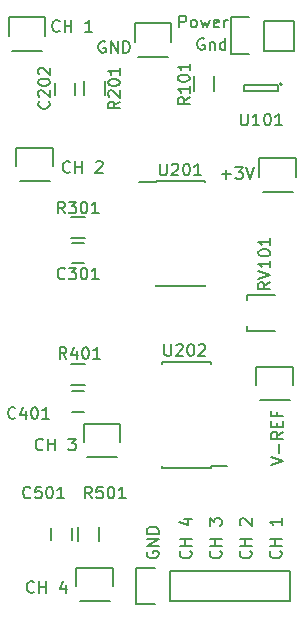
<source format=gto>
G04 #@! TF.FileFunction,Legend,Top*
%FSLAX46Y46*%
G04 Gerber Fmt 4.6, Leading zero omitted, Abs format (unit mm)*
G04 Created by KiCad (PCBNEW 4.0.2-stable) date Sunday, December 18, 2016 'PMt' 01:11:39 PM*
%MOMM*%
G01*
G04 APERTURE LIST*
%ADD10C,0.100000*%
%ADD11C,0.150000*%
G04 APERTURE END LIST*
D10*
D11*
X147566143Y-68080000D02*
X147470905Y-68032381D01*
X147328048Y-68032381D01*
X147185190Y-68080000D01*
X147089952Y-68175238D01*
X147042333Y-68270476D01*
X146994714Y-68460952D01*
X146994714Y-68603810D01*
X147042333Y-68794286D01*
X147089952Y-68889524D01*
X147185190Y-68984762D01*
X147328048Y-69032381D01*
X147423286Y-69032381D01*
X147566143Y-68984762D01*
X147613762Y-68937143D01*
X147613762Y-68603810D01*
X147423286Y-68603810D01*
X148042333Y-68365714D02*
X148042333Y-69032381D01*
X148042333Y-68460952D02*
X148089952Y-68413333D01*
X148185190Y-68365714D01*
X148328048Y-68365714D01*
X148423286Y-68413333D01*
X148470905Y-68508571D01*
X148470905Y-69032381D01*
X149375667Y-69032381D02*
X149375667Y-68032381D01*
X149375667Y-68984762D02*
X149280429Y-69032381D01*
X149089952Y-69032381D01*
X148994714Y-68984762D01*
X148947095Y-68937143D01*
X148899476Y-68841905D01*
X148899476Y-68556190D01*
X148947095Y-68460952D01*
X148994714Y-68413333D01*
X149089952Y-68365714D01*
X149280429Y-68365714D01*
X149375667Y-68413333D01*
X153249381Y-104187333D02*
X154249381Y-103854000D01*
X153249381Y-103520666D01*
X153868429Y-103187333D02*
X153868429Y-102425428D01*
X154249381Y-101377809D02*
X153773190Y-101711143D01*
X154249381Y-101949238D02*
X153249381Y-101949238D01*
X153249381Y-101568285D01*
X153297000Y-101473047D01*
X153344619Y-101425428D01*
X153439857Y-101377809D01*
X153582714Y-101377809D01*
X153677952Y-101425428D01*
X153725571Y-101473047D01*
X153773190Y-101568285D01*
X153773190Y-101949238D01*
X153725571Y-100949238D02*
X153725571Y-100615904D01*
X154249381Y-100473047D02*
X154249381Y-100949238D01*
X153249381Y-100949238D01*
X153249381Y-100473047D01*
X153725571Y-99711142D02*
X153725571Y-100044476D01*
X154249381Y-100044476D02*
X153249381Y-100044476D01*
X153249381Y-99568285D01*
X139192096Y-68334000D02*
X139096858Y-68286381D01*
X138954001Y-68286381D01*
X138811143Y-68334000D01*
X138715905Y-68429238D01*
X138668286Y-68524476D01*
X138620667Y-68714952D01*
X138620667Y-68857810D01*
X138668286Y-69048286D01*
X138715905Y-69143524D01*
X138811143Y-69238762D01*
X138954001Y-69286381D01*
X139049239Y-69286381D01*
X139192096Y-69238762D01*
X139239715Y-69191143D01*
X139239715Y-68857810D01*
X139049239Y-68857810D01*
X139668286Y-69286381D02*
X139668286Y-68286381D01*
X140239715Y-69286381D01*
X140239715Y-68286381D01*
X140715905Y-69286381D02*
X140715905Y-68286381D01*
X140954000Y-68286381D01*
X141096858Y-68334000D01*
X141192096Y-68429238D01*
X141239715Y-68524476D01*
X141287334Y-68714952D01*
X141287334Y-68857810D01*
X141239715Y-69048286D01*
X141192096Y-69143524D01*
X141096858Y-69238762D01*
X140954000Y-69286381D01*
X140715905Y-69286381D01*
X149082286Y-79573429D02*
X149844191Y-79573429D01*
X149463239Y-79954381D02*
X149463239Y-79192476D01*
X150225143Y-78954381D02*
X150844191Y-78954381D01*
X150510857Y-79335333D01*
X150653715Y-79335333D01*
X150748953Y-79382952D01*
X150796572Y-79430571D01*
X150844191Y-79525810D01*
X150844191Y-79763905D01*
X150796572Y-79859143D01*
X150748953Y-79906762D01*
X150653715Y-79954381D01*
X150368000Y-79954381D01*
X150272762Y-79906762D01*
X150225143Y-79859143D01*
X151129905Y-78954381D02*
X151463238Y-79954381D01*
X151796572Y-78954381D01*
X145470809Y-67127381D02*
X145470809Y-66127381D01*
X145851762Y-66127381D01*
X145947000Y-66175000D01*
X145994619Y-66222619D01*
X146042238Y-66317857D01*
X146042238Y-66460714D01*
X145994619Y-66555952D01*
X145947000Y-66603571D01*
X145851762Y-66651190D01*
X145470809Y-66651190D01*
X146613666Y-67127381D02*
X146518428Y-67079762D01*
X146470809Y-67032143D01*
X146423190Y-66936905D01*
X146423190Y-66651190D01*
X146470809Y-66555952D01*
X146518428Y-66508333D01*
X146613666Y-66460714D01*
X146756524Y-66460714D01*
X146851762Y-66508333D01*
X146899381Y-66555952D01*
X146947000Y-66651190D01*
X146947000Y-66936905D01*
X146899381Y-67032143D01*
X146851762Y-67079762D01*
X146756524Y-67127381D01*
X146613666Y-67127381D01*
X147280333Y-66460714D02*
X147470809Y-67127381D01*
X147661286Y-66651190D01*
X147851762Y-67127381D01*
X148042238Y-66460714D01*
X148804143Y-67079762D02*
X148708905Y-67127381D01*
X148518428Y-67127381D01*
X148423190Y-67079762D01*
X148375571Y-66984524D01*
X148375571Y-66603571D01*
X148423190Y-66508333D01*
X148518428Y-66460714D01*
X148708905Y-66460714D01*
X148804143Y-66508333D01*
X148851762Y-66603571D01*
X148851762Y-66698810D01*
X148375571Y-66794048D01*
X149280333Y-67127381D02*
X149280333Y-66460714D01*
X149280333Y-66651190D02*
X149327952Y-66555952D01*
X149375571Y-66508333D01*
X149470809Y-66460714D01*
X149566048Y-66460714D01*
X133167572Y-114911143D02*
X133119953Y-114958762D01*
X132977096Y-115006381D01*
X132881858Y-115006381D01*
X132739000Y-114958762D01*
X132643762Y-114863524D01*
X132596143Y-114768286D01*
X132548524Y-114577810D01*
X132548524Y-114434952D01*
X132596143Y-114244476D01*
X132643762Y-114149238D01*
X132739000Y-114054000D01*
X132881858Y-114006381D01*
X132977096Y-114006381D01*
X133119953Y-114054000D01*
X133167572Y-114101619D01*
X133596143Y-115006381D02*
X133596143Y-114006381D01*
X133596143Y-114482571D02*
X134167572Y-114482571D01*
X134167572Y-115006381D02*
X134167572Y-114006381D01*
X135834239Y-114339714D02*
X135834239Y-115006381D01*
X135596143Y-113958762D02*
X135358048Y-114673048D01*
X135977096Y-114673048D01*
X133929572Y-102846143D02*
X133881953Y-102893762D01*
X133739096Y-102941381D01*
X133643858Y-102941381D01*
X133501000Y-102893762D01*
X133405762Y-102798524D01*
X133358143Y-102703286D01*
X133310524Y-102512810D01*
X133310524Y-102369952D01*
X133358143Y-102179476D01*
X133405762Y-102084238D01*
X133501000Y-101989000D01*
X133643858Y-101941381D01*
X133739096Y-101941381D01*
X133881953Y-101989000D01*
X133929572Y-102036619D01*
X134358143Y-102941381D02*
X134358143Y-101941381D01*
X134358143Y-102417571D02*
X134929572Y-102417571D01*
X134929572Y-102941381D02*
X134929572Y-101941381D01*
X136072429Y-101941381D02*
X136691477Y-101941381D01*
X136358143Y-102322333D01*
X136501001Y-102322333D01*
X136596239Y-102369952D01*
X136643858Y-102417571D01*
X136691477Y-102512810D01*
X136691477Y-102750905D01*
X136643858Y-102846143D01*
X136596239Y-102893762D01*
X136501001Y-102941381D01*
X136215286Y-102941381D01*
X136120048Y-102893762D01*
X136072429Y-102846143D01*
X136215572Y-79351143D02*
X136167953Y-79398762D01*
X136025096Y-79446381D01*
X135929858Y-79446381D01*
X135787000Y-79398762D01*
X135691762Y-79303524D01*
X135644143Y-79208286D01*
X135596524Y-79017810D01*
X135596524Y-78874952D01*
X135644143Y-78684476D01*
X135691762Y-78589238D01*
X135787000Y-78494000D01*
X135929858Y-78446381D01*
X136025096Y-78446381D01*
X136167953Y-78494000D01*
X136215572Y-78541619D01*
X136644143Y-79446381D02*
X136644143Y-78446381D01*
X136644143Y-78922571D02*
X137215572Y-78922571D01*
X137215572Y-79446381D02*
X137215572Y-78446381D01*
X138406048Y-78541619D02*
X138453667Y-78494000D01*
X138548905Y-78446381D01*
X138787001Y-78446381D01*
X138882239Y-78494000D01*
X138929858Y-78541619D01*
X138977477Y-78636857D01*
X138977477Y-78732095D01*
X138929858Y-78874952D01*
X138358429Y-79446381D01*
X138977477Y-79446381D01*
X135326572Y-67413143D02*
X135278953Y-67460762D01*
X135136096Y-67508381D01*
X135040858Y-67508381D01*
X134898000Y-67460762D01*
X134802762Y-67365524D01*
X134755143Y-67270286D01*
X134707524Y-67079810D01*
X134707524Y-66936952D01*
X134755143Y-66746476D01*
X134802762Y-66651238D01*
X134898000Y-66556000D01*
X135040858Y-66508381D01*
X135136096Y-66508381D01*
X135278953Y-66556000D01*
X135326572Y-66603619D01*
X135755143Y-67508381D02*
X135755143Y-66508381D01*
X135755143Y-66984571D02*
X136326572Y-66984571D01*
X136326572Y-67508381D02*
X136326572Y-66508381D01*
X138088477Y-67508381D02*
X137517048Y-67508381D01*
X137802762Y-67508381D02*
X137802762Y-66508381D01*
X137707524Y-66651238D01*
X137612286Y-66746476D01*
X137517048Y-66794095D01*
X146407143Y-111458476D02*
X146454762Y-111506095D01*
X146502381Y-111648952D01*
X146502381Y-111744190D01*
X146454762Y-111887048D01*
X146359524Y-111982286D01*
X146264286Y-112029905D01*
X146073810Y-112077524D01*
X145930952Y-112077524D01*
X145740476Y-112029905D01*
X145645238Y-111982286D01*
X145550000Y-111887048D01*
X145502381Y-111744190D01*
X145502381Y-111648952D01*
X145550000Y-111506095D01*
X145597619Y-111458476D01*
X146502381Y-111029905D02*
X145502381Y-111029905D01*
X145978571Y-111029905D02*
X145978571Y-110458476D01*
X146502381Y-110458476D02*
X145502381Y-110458476D01*
X145835714Y-108791809D02*
X146502381Y-108791809D01*
X145454762Y-109029905D02*
X146169048Y-109268000D01*
X146169048Y-108648952D01*
X148947143Y-111458476D02*
X148994762Y-111506095D01*
X149042381Y-111648952D01*
X149042381Y-111744190D01*
X148994762Y-111887048D01*
X148899524Y-111982286D01*
X148804286Y-112029905D01*
X148613810Y-112077524D01*
X148470952Y-112077524D01*
X148280476Y-112029905D01*
X148185238Y-111982286D01*
X148090000Y-111887048D01*
X148042381Y-111744190D01*
X148042381Y-111648952D01*
X148090000Y-111506095D01*
X148137619Y-111458476D01*
X149042381Y-111029905D02*
X148042381Y-111029905D01*
X148518571Y-111029905D02*
X148518571Y-110458476D01*
X149042381Y-110458476D02*
X148042381Y-110458476D01*
X148042381Y-109315619D02*
X148042381Y-108696571D01*
X148423333Y-109029905D01*
X148423333Y-108887047D01*
X148470952Y-108791809D01*
X148518571Y-108744190D01*
X148613810Y-108696571D01*
X148851905Y-108696571D01*
X148947143Y-108744190D01*
X148994762Y-108791809D01*
X149042381Y-108887047D01*
X149042381Y-109172762D01*
X148994762Y-109268000D01*
X148947143Y-109315619D01*
X151487143Y-111458476D02*
X151534762Y-111506095D01*
X151582381Y-111648952D01*
X151582381Y-111744190D01*
X151534762Y-111887048D01*
X151439524Y-111982286D01*
X151344286Y-112029905D01*
X151153810Y-112077524D01*
X151010952Y-112077524D01*
X150820476Y-112029905D01*
X150725238Y-111982286D01*
X150630000Y-111887048D01*
X150582381Y-111744190D01*
X150582381Y-111648952D01*
X150630000Y-111506095D01*
X150677619Y-111458476D01*
X151582381Y-111029905D02*
X150582381Y-111029905D01*
X151058571Y-111029905D02*
X151058571Y-110458476D01*
X151582381Y-110458476D02*
X150582381Y-110458476D01*
X150677619Y-109268000D02*
X150630000Y-109220381D01*
X150582381Y-109125143D01*
X150582381Y-108887047D01*
X150630000Y-108791809D01*
X150677619Y-108744190D01*
X150772857Y-108696571D01*
X150868095Y-108696571D01*
X151010952Y-108744190D01*
X151582381Y-109315619D01*
X151582381Y-108696571D01*
X154027143Y-111458476D02*
X154074762Y-111506095D01*
X154122381Y-111648952D01*
X154122381Y-111744190D01*
X154074762Y-111887048D01*
X153979524Y-111982286D01*
X153884286Y-112029905D01*
X153693810Y-112077524D01*
X153550952Y-112077524D01*
X153360476Y-112029905D01*
X153265238Y-111982286D01*
X153170000Y-111887048D01*
X153122381Y-111744190D01*
X153122381Y-111648952D01*
X153170000Y-111506095D01*
X153217619Y-111458476D01*
X154122381Y-111029905D02*
X153122381Y-111029905D01*
X153598571Y-111029905D02*
X153598571Y-110458476D01*
X154122381Y-110458476D02*
X153122381Y-110458476D01*
X154122381Y-108696571D02*
X154122381Y-109268000D01*
X154122381Y-108982286D02*
X153122381Y-108982286D01*
X153265238Y-109077524D01*
X153360476Y-109172762D01*
X153408095Y-109268000D01*
X142756000Y-111506095D02*
X142708381Y-111601333D01*
X142708381Y-111744190D01*
X142756000Y-111887048D01*
X142851238Y-111982286D01*
X142946476Y-112029905D01*
X143136952Y-112077524D01*
X143279810Y-112077524D01*
X143470286Y-112029905D01*
X143565524Y-111982286D01*
X143660762Y-111887048D01*
X143708381Y-111744190D01*
X143708381Y-111648952D01*
X143660762Y-111506095D01*
X143613143Y-111458476D01*
X143279810Y-111458476D01*
X143279810Y-111648952D01*
X143708381Y-111029905D02*
X142708381Y-111029905D01*
X143708381Y-110458476D01*
X142708381Y-110458476D01*
X143708381Y-109982286D02*
X142708381Y-109982286D01*
X142708381Y-109744191D01*
X142756000Y-109601333D01*
X142851238Y-109506095D01*
X142946476Y-109458476D01*
X143136952Y-109410857D01*
X143279810Y-109410857D01*
X143470286Y-109458476D01*
X143565524Y-109506095D01*
X143660762Y-109601333D01*
X143708381Y-109744191D01*
X143708381Y-109982286D01*
X136638400Y-72813800D02*
X136638400Y-71813800D01*
X134938400Y-71813800D02*
X134938400Y-72813800D01*
X136406000Y-87083000D02*
X137406000Y-87083000D01*
X137406000Y-85383000D02*
X136406000Y-85383000D01*
X136406000Y-99656000D02*
X137406000Y-99656000D01*
X137406000Y-97956000D02*
X136406000Y-97956000D01*
X136346300Y-110494700D02*
X136346300Y-109494700D01*
X134646300Y-109494700D02*
X134646300Y-110494700D01*
X148449000Y-71282000D02*
X148449000Y-72482000D01*
X146699000Y-72482000D02*
X146699000Y-71282000D01*
X137428000Y-72888400D02*
X137428000Y-71688400D01*
X139178000Y-71688400D02*
X139178000Y-72888400D01*
X136306000Y-83199000D02*
X137506000Y-83199000D01*
X137506000Y-84949000D02*
X136306000Y-84949000D01*
X136306000Y-95645000D02*
X137506000Y-95645000D01*
X137506000Y-97395000D02*
X136306000Y-97395000D01*
X136907300Y-110594700D02*
X136907300Y-109394700D01*
X138657300Y-109394700D02*
X138657300Y-110594700D01*
X154174600Y-71937600D02*
G75*
G03X154174600Y-71937600I-100000J0D01*
G01*
X153824600Y-72487600D02*
X153824600Y-71987600D01*
X150924600Y-72487600D02*
X153824600Y-72487600D01*
X150924600Y-71987600D02*
X150924600Y-72487600D01*
X153824600Y-71987600D02*
X150924600Y-71987600D01*
X143467000Y-80132000D02*
X143467000Y-80247000D01*
X147617000Y-80132000D02*
X147617000Y-80247000D01*
X147617000Y-89032000D02*
X147617000Y-88917000D01*
X143467000Y-89032000D02*
X143467000Y-88917000D01*
X143467000Y-80132000D02*
X147617000Y-80132000D01*
X143467000Y-89032000D02*
X147617000Y-89032000D01*
X143467000Y-80247000D02*
X142092000Y-80247000D01*
X148125000Y-104399000D02*
X148125000Y-104284000D01*
X143975000Y-104399000D02*
X143975000Y-104284000D01*
X143975000Y-95499000D02*
X143975000Y-95614000D01*
X148125000Y-95499000D02*
X148125000Y-95614000D01*
X148125000Y-104399000D02*
X143975000Y-104399000D01*
X148125000Y-95499000D02*
X143975000Y-95499000D01*
X148125000Y-104284000D02*
X149500000Y-104284000D01*
X151231000Y-89763000D02*
X151231000Y-90213000D01*
X153581000Y-89763000D02*
X151231000Y-89763000D01*
X151231000Y-92863000D02*
X151231000Y-92413000D01*
X153581000Y-92863000D02*
X151231000Y-92863000D01*
X143383000Y-115977000D02*
X141833000Y-115977000D01*
X141833000Y-115977000D02*
X141833000Y-112877000D01*
X141833000Y-112877000D02*
X143383000Y-112877000D01*
X144653000Y-113157000D02*
X154813000Y-113157000D01*
X154813000Y-113157000D02*
X154813000Y-115697000D01*
X154813000Y-115697000D02*
X144653000Y-115697000D01*
X144653000Y-113157000D02*
X144653000Y-115697000D01*
X134138000Y-66268000D02*
X134138000Y-67818000D01*
X131038000Y-67818000D02*
X131038000Y-66268000D01*
X131038000Y-66268000D02*
X134138000Y-66268000D01*
X131318000Y-69088000D02*
X133858000Y-69088000D01*
X134773000Y-77317000D02*
X134773000Y-78867000D01*
X131673000Y-78867000D02*
X131673000Y-77317000D01*
X131673000Y-77317000D02*
X134773000Y-77317000D01*
X131953000Y-80137000D02*
X134493000Y-80137000D01*
X140488000Y-100685000D02*
X140488000Y-102235000D01*
X137388000Y-102235000D02*
X137388000Y-100685000D01*
X137388000Y-100685000D02*
X140488000Y-100685000D01*
X137668000Y-103505000D02*
X140208000Y-103505000D01*
X139853000Y-112877000D02*
X139853000Y-114427000D01*
X136753000Y-114427000D02*
X136753000Y-112877000D01*
X136753000Y-112877000D02*
X139853000Y-112877000D01*
X137033000Y-115697000D02*
X139573000Y-115697000D01*
X152654000Y-66548000D02*
X155194000Y-66548000D01*
X149834000Y-66268000D02*
X151384000Y-66268000D01*
X152654000Y-66548000D02*
X152654000Y-69088000D01*
X151384000Y-69368000D02*
X149834000Y-69368000D01*
X149834000Y-69368000D02*
X149834000Y-66268000D01*
X152654000Y-69088000D02*
X155194000Y-69088000D01*
X155194000Y-69088000D02*
X155194000Y-66548000D01*
X155347000Y-78206000D02*
X155347000Y-79756000D01*
X152247000Y-79756000D02*
X152247000Y-78206000D01*
X152247000Y-78206000D02*
X155347000Y-78206000D01*
X152527000Y-81026000D02*
X155067000Y-81026000D01*
X144806000Y-66776000D02*
X144806000Y-68326000D01*
X141706000Y-68326000D02*
X141706000Y-66776000D01*
X141706000Y-66776000D02*
X144806000Y-66776000D01*
X141986000Y-69596000D02*
X144526000Y-69596000D01*
X155093000Y-95859000D02*
X155093000Y-97409000D01*
X151993000Y-97409000D02*
X151993000Y-95859000D01*
X151993000Y-95859000D02*
X155093000Y-95859000D01*
X152273000Y-98679000D02*
X154813000Y-98679000D01*
X134418343Y-73382047D02*
X134465962Y-73429666D01*
X134513581Y-73572523D01*
X134513581Y-73667761D01*
X134465962Y-73810619D01*
X134370724Y-73905857D01*
X134275486Y-73953476D01*
X134085010Y-74001095D01*
X133942152Y-74001095D01*
X133751676Y-73953476D01*
X133656438Y-73905857D01*
X133561200Y-73810619D01*
X133513581Y-73667761D01*
X133513581Y-73572523D01*
X133561200Y-73429666D01*
X133608819Y-73382047D01*
X133608819Y-73001095D02*
X133561200Y-72953476D01*
X133513581Y-72858238D01*
X133513581Y-72620142D01*
X133561200Y-72524904D01*
X133608819Y-72477285D01*
X133704057Y-72429666D01*
X133799295Y-72429666D01*
X133942152Y-72477285D01*
X134513581Y-73048714D01*
X134513581Y-72429666D01*
X133513581Y-71810619D02*
X133513581Y-71715380D01*
X133561200Y-71620142D01*
X133608819Y-71572523D01*
X133704057Y-71524904D01*
X133894533Y-71477285D01*
X134132629Y-71477285D01*
X134323105Y-71524904D01*
X134418343Y-71572523D01*
X134465962Y-71620142D01*
X134513581Y-71715380D01*
X134513581Y-71810619D01*
X134465962Y-71905857D01*
X134418343Y-71953476D01*
X134323105Y-72001095D01*
X134132629Y-72048714D01*
X133894533Y-72048714D01*
X133704057Y-72001095D01*
X133608819Y-71953476D01*
X133561200Y-71905857D01*
X133513581Y-71810619D01*
X133608819Y-71096333D02*
X133561200Y-71048714D01*
X133513581Y-70953476D01*
X133513581Y-70715380D01*
X133561200Y-70620142D01*
X133608819Y-70572523D01*
X133704057Y-70524904D01*
X133799295Y-70524904D01*
X133942152Y-70572523D01*
X134513581Y-71143952D01*
X134513581Y-70524904D01*
X135786953Y-88368143D02*
X135739334Y-88415762D01*
X135596477Y-88463381D01*
X135501239Y-88463381D01*
X135358381Y-88415762D01*
X135263143Y-88320524D01*
X135215524Y-88225286D01*
X135167905Y-88034810D01*
X135167905Y-87891952D01*
X135215524Y-87701476D01*
X135263143Y-87606238D01*
X135358381Y-87511000D01*
X135501239Y-87463381D01*
X135596477Y-87463381D01*
X135739334Y-87511000D01*
X135786953Y-87558619D01*
X136120286Y-87463381D02*
X136739334Y-87463381D01*
X136406000Y-87844333D01*
X136548858Y-87844333D01*
X136644096Y-87891952D01*
X136691715Y-87939571D01*
X136739334Y-88034810D01*
X136739334Y-88272905D01*
X136691715Y-88368143D01*
X136644096Y-88415762D01*
X136548858Y-88463381D01*
X136263143Y-88463381D01*
X136167905Y-88415762D01*
X136120286Y-88368143D01*
X137358381Y-87463381D02*
X137453620Y-87463381D01*
X137548858Y-87511000D01*
X137596477Y-87558619D01*
X137644096Y-87653857D01*
X137691715Y-87844333D01*
X137691715Y-88082429D01*
X137644096Y-88272905D01*
X137596477Y-88368143D01*
X137548858Y-88415762D01*
X137453620Y-88463381D01*
X137358381Y-88463381D01*
X137263143Y-88415762D01*
X137215524Y-88368143D01*
X137167905Y-88272905D01*
X137120286Y-88082429D01*
X137120286Y-87844333D01*
X137167905Y-87653857D01*
X137215524Y-87558619D01*
X137263143Y-87511000D01*
X137358381Y-87463381D01*
X138644096Y-88463381D02*
X138072667Y-88463381D01*
X138358381Y-88463381D02*
X138358381Y-87463381D01*
X138263143Y-87606238D01*
X138167905Y-87701476D01*
X138072667Y-87749095D01*
X131595953Y-100179143D02*
X131548334Y-100226762D01*
X131405477Y-100274381D01*
X131310239Y-100274381D01*
X131167381Y-100226762D01*
X131072143Y-100131524D01*
X131024524Y-100036286D01*
X130976905Y-99845810D01*
X130976905Y-99702952D01*
X131024524Y-99512476D01*
X131072143Y-99417238D01*
X131167381Y-99322000D01*
X131310239Y-99274381D01*
X131405477Y-99274381D01*
X131548334Y-99322000D01*
X131595953Y-99369619D01*
X132453096Y-99607714D02*
X132453096Y-100274381D01*
X132215000Y-99226762D02*
X131976905Y-99941048D01*
X132595953Y-99941048D01*
X133167381Y-99274381D02*
X133262620Y-99274381D01*
X133357858Y-99322000D01*
X133405477Y-99369619D01*
X133453096Y-99464857D01*
X133500715Y-99655333D01*
X133500715Y-99893429D01*
X133453096Y-100083905D01*
X133405477Y-100179143D01*
X133357858Y-100226762D01*
X133262620Y-100274381D01*
X133167381Y-100274381D01*
X133072143Y-100226762D01*
X133024524Y-100179143D01*
X132976905Y-100083905D01*
X132929286Y-99893429D01*
X132929286Y-99655333D01*
X132976905Y-99464857D01*
X133024524Y-99369619D01*
X133072143Y-99322000D01*
X133167381Y-99274381D01*
X134453096Y-100274381D02*
X133881667Y-100274381D01*
X134167381Y-100274381D02*
X134167381Y-99274381D01*
X134072143Y-99417238D01*
X133976905Y-99512476D01*
X133881667Y-99560095D01*
X132865953Y-106910143D02*
X132818334Y-106957762D01*
X132675477Y-107005381D01*
X132580239Y-107005381D01*
X132437381Y-106957762D01*
X132342143Y-106862524D01*
X132294524Y-106767286D01*
X132246905Y-106576810D01*
X132246905Y-106433952D01*
X132294524Y-106243476D01*
X132342143Y-106148238D01*
X132437381Y-106053000D01*
X132580239Y-106005381D01*
X132675477Y-106005381D01*
X132818334Y-106053000D01*
X132865953Y-106100619D01*
X133770715Y-106005381D02*
X133294524Y-106005381D01*
X133246905Y-106481571D01*
X133294524Y-106433952D01*
X133389762Y-106386333D01*
X133627858Y-106386333D01*
X133723096Y-106433952D01*
X133770715Y-106481571D01*
X133818334Y-106576810D01*
X133818334Y-106814905D01*
X133770715Y-106910143D01*
X133723096Y-106957762D01*
X133627858Y-107005381D01*
X133389762Y-107005381D01*
X133294524Y-106957762D01*
X133246905Y-106910143D01*
X134437381Y-106005381D02*
X134532620Y-106005381D01*
X134627858Y-106053000D01*
X134675477Y-106100619D01*
X134723096Y-106195857D01*
X134770715Y-106386333D01*
X134770715Y-106624429D01*
X134723096Y-106814905D01*
X134675477Y-106910143D01*
X134627858Y-106957762D01*
X134532620Y-107005381D01*
X134437381Y-107005381D01*
X134342143Y-106957762D01*
X134294524Y-106910143D01*
X134246905Y-106814905D01*
X134199286Y-106624429D01*
X134199286Y-106386333D01*
X134246905Y-106195857D01*
X134294524Y-106100619D01*
X134342143Y-106053000D01*
X134437381Y-106005381D01*
X135723096Y-107005381D02*
X135151667Y-107005381D01*
X135437381Y-107005381D02*
X135437381Y-106005381D01*
X135342143Y-106148238D01*
X135246905Y-106243476D01*
X135151667Y-106291095D01*
X146349981Y-73051847D02*
X145873790Y-73385181D01*
X146349981Y-73623276D02*
X145349981Y-73623276D01*
X145349981Y-73242323D01*
X145397600Y-73147085D01*
X145445219Y-73099466D01*
X145540457Y-73051847D01*
X145683314Y-73051847D01*
X145778552Y-73099466D01*
X145826171Y-73147085D01*
X145873790Y-73242323D01*
X145873790Y-73623276D01*
X146349981Y-72099466D02*
X146349981Y-72670895D01*
X146349981Y-72385181D02*
X145349981Y-72385181D01*
X145492838Y-72480419D01*
X145588076Y-72575657D01*
X145635695Y-72670895D01*
X145349981Y-71480419D02*
X145349981Y-71385180D01*
X145397600Y-71289942D01*
X145445219Y-71242323D01*
X145540457Y-71194704D01*
X145730933Y-71147085D01*
X145969029Y-71147085D01*
X146159505Y-71194704D01*
X146254743Y-71242323D01*
X146302362Y-71289942D01*
X146349981Y-71385180D01*
X146349981Y-71480419D01*
X146302362Y-71575657D01*
X146254743Y-71623276D01*
X146159505Y-71670895D01*
X145969029Y-71718514D01*
X145730933Y-71718514D01*
X145540457Y-71670895D01*
X145445219Y-71623276D01*
X145397600Y-71575657D01*
X145349981Y-71480419D01*
X146349981Y-70194704D02*
X146349981Y-70766133D01*
X146349981Y-70480419D02*
X145349981Y-70480419D01*
X145492838Y-70575657D01*
X145588076Y-70670895D01*
X145635695Y-70766133D01*
X140431781Y-73407447D02*
X139955590Y-73740781D01*
X140431781Y-73978876D02*
X139431781Y-73978876D01*
X139431781Y-73597923D01*
X139479400Y-73502685D01*
X139527019Y-73455066D01*
X139622257Y-73407447D01*
X139765114Y-73407447D01*
X139860352Y-73455066D01*
X139907971Y-73502685D01*
X139955590Y-73597923D01*
X139955590Y-73978876D01*
X139527019Y-73026495D02*
X139479400Y-72978876D01*
X139431781Y-72883638D01*
X139431781Y-72645542D01*
X139479400Y-72550304D01*
X139527019Y-72502685D01*
X139622257Y-72455066D01*
X139717495Y-72455066D01*
X139860352Y-72502685D01*
X140431781Y-73074114D01*
X140431781Y-72455066D01*
X139431781Y-71836019D02*
X139431781Y-71740780D01*
X139479400Y-71645542D01*
X139527019Y-71597923D01*
X139622257Y-71550304D01*
X139812733Y-71502685D01*
X140050829Y-71502685D01*
X140241305Y-71550304D01*
X140336543Y-71597923D01*
X140384162Y-71645542D01*
X140431781Y-71740780D01*
X140431781Y-71836019D01*
X140384162Y-71931257D01*
X140336543Y-71978876D01*
X140241305Y-72026495D01*
X140050829Y-72074114D01*
X139812733Y-72074114D01*
X139622257Y-72026495D01*
X139527019Y-71978876D01*
X139479400Y-71931257D01*
X139431781Y-71836019D01*
X140431781Y-70550304D02*
X140431781Y-71121733D01*
X140431781Y-70836019D02*
X139431781Y-70836019D01*
X139574638Y-70931257D01*
X139669876Y-71026495D01*
X139717495Y-71121733D01*
X135786953Y-82875381D02*
X135453619Y-82399190D01*
X135215524Y-82875381D02*
X135215524Y-81875381D01*
X135596477Y-81875381D01*
X135691715Y-81923000D01*
X135739334Y-81970619D01*
X135786953Y-82065857D01*
X135786953Y-82208714D01*
X135739334Y-82303952D01*
X135691715Y-82351571D01*
X135596477Y-82399190D01*
X135215524Y-82399190D01*
X136120286Y-81875381D02*
X136739334Y-81875381D01*
X136406000Y-82256333D01*
X136548858Y-82256333D01*
X136644096Y-82303952D01*
X136691715Y-82351571D01*
X136739334Y-82446810D01*
X136739334Y-82684905D01*
X136691715Y-82780143D01*
X136644096Y-82827762D01*
X136548858Y-82875381D01*
X136263143Y-82875381D01*
X136167905Y-82827762D01*
X136120286Y-82780143D01*
X137358381Y-81875381D02*
X137453620Y-81875381D01*
X137548858Y-81923000D01*
X137596477Y-81970619D01*
X137644096Y-82065857D01*
X137691715Y-82256333D01*
X137691715Y-82494429D01*
X137644096Y-82684905D01*
X137596477Y-82780143D01*
X137548858Y-82827762D01*
X137453620Y-82875381D01*
X137358381Y-82875381D01*
X137263143Y-82827762D01*
X137215524Y-82780143D01*
X137167905Y-82684905D01*
X137120286Y-82494429D01*
X137120286Y-82256333D01*
X137167905Y-82065857D01*
X137215524Y-81970619D01*
X137263143Y-81923000D01*
X137358381Y-81875381D01*
X138644096Y-82875381D02*
X138072667Y-82875381D01*
X138358381Y-82875381D02*
X138358381Y-81875381D01*
X138263143Y-82018238D01*
X138167905Y-82113476D01*
X138072667Y-82161095D01*
X135913953Y-95194381D02*
X135580619Y-94718190D01*
X135342524Y-95194381D02*
X135342524Y-94194381D01*
X135723477Y-94194381D01*
X135818715Y-94242000D01*
X135866334Y-94289619D01*
X135913953Y-94384857D01*
X135913953Y-94527714D01*
X135866334Y-94622952D01*
X135818715Y-94670571D01*
X135723477Y-94718190D01*
X135342524Y-94718190D01*
X136771096Y-94527714D02*
X136771096Y-95194381D01*
X136533000Y-94146762D02*
X136294905Y-94861048D01*
X136913953Y-94861048D01*
X137485381Y-94194381D02*
X137580620Y-94194381D01*
X137675858Y-94242000D01*
X137723477Y-94289619D01*
X137771096Y-94384857D01*
X137818715Y-94575333D01*
X137818715Y-94813429D01*
X137771096Y-95003905D01*
X137723477Y-95099143D01*
X137675858Y-95146762D01*
X137580620Y-95194381D01*
X137485381Y-95194381D01*
X137390143Y-95146762D01*
X137342524Y-95099143D01*
X137294905Y-95003905D01*
X137247286Y-94813429D01*
X137247286Y-94575333D01*
X137294905Y-94384857D01*
X137342524Y-94289619D01*
X137390143Y-94242000D01*
X137485381Y-94194381D01*
X138771096Y-95194381D02*
X138199667Y-95194381D01*
X138485381Y-95194381D02*
X138485381Y-94194381D01*
X138390143Y-94337238D01*
X138294905Y-94432476D01*
X138199667Y-94480095D01*
X138072953Y-107005381D02*
X137739619Y-106529190D01*
X137501524Y-107005381D02*
X137501524Y-106005381D01*
X137882477Y-106005381D01*
X137977715Y-106053000D01*
X138025334Y-106100619D01*
X138072953Y-106195857D01*
X138072953Y-106338714D01*
X138025334Y-106433952D01*
X137977715Y-106481571D01*
X137882477Y-106529190D01*
X137501524Y-106529190D01*
X138977715Y-106005381D02*
X138501524Y-106005381D01*
X138453905Y-106481571D01*
X138501524Y-106433952D01*
X138596762Y-106386333D01*
X138834858Y-106386333D01*
X138930096Y-106433952D01*
X138977715Y-106481571D01*
X139025334Y-106576810D01*
X139025334Y-106814905D01*
X138977715Y-106910143D01*
X138930096Y-106957762D01*
X138834858Y-107005381D01*
X138596762Y-107005381D01*
X138501524Y-106957762D01*
X138453905Y-106910143D01*
X139644381Y-106005381D02*
X139739620Y-106005381D01*
X139834858Y-106053000D01*
X139882477Y-106100619D01*
X139930096Y-106195857D01*
X139977715Y-106386333D01*
X139977715Y-106624429D01*
X139930096Y-106814905D01*
X139882477Y-106910143D01*
X139834858Y-106957762D01*
X139739620Y-107005381D01*
X139644381Y-107005381D01*
X139549143Y-106957762D01*
X139501524Y-106910143D01*
X139453905Y-106814905D01*
X139406286Y-106624429D01*
X139406286Y-106386333D01*
X139453905Y-106195857D01*
X139501524Y-106100619D01*
X139549143Y-106053000D01*
X139644381Y-106005381D01*
X140930096Y-107005381D02*
X140358667Y-107005381D01*
X140644381Y-107005381D02*
X140644381Y-106005381D01*
X140549143Y-106148238D01*
X140453905Y-106243476D01*
X140358667Y-106291095D01*
X150685714Y-74433181D02*
X150685714Y-75242705D01*
X150733333Y-75337943D01*
X150780952Y-75385562D01*
X150876190Y-75433181D01*
X151066667Y-75433181D01*
X151161905Y-75385562D01*
X151209524Y-75337943D01*
X151257143Y-75242705D01*
X151257143Y-74433181D01*
X152257143Y-75433181D02*
X151685714Y-75433181D01*
X151971428Y-75433181D02*
X151971428Y-74433181D01*
X151876190Y-74576038D01*
X151780952Y-74671276D01*
X151685714Y-74718895D01*
X152876190Y-74433181D02*
X152971429Y-74433181D01*
X153066667Y-74480800D01*
X153114286Y-74528419D01*
X153161905Y-74623657D01*
X153209524Y-74814133D01*
X153209524Y-75052229D01*
X153161905Y-75242705D01*
X153114286Y-75337943D01*
X153066667Y-75385562D01*
X152971429Y-75433181D01*
X152876190Y-75433181D01*
X152780952Y-75385562D01*
X152733333Y-75337943D01*
X152685714Y-75242705D01*
X152638095Y-75052229D01*
X152638095Y-74814133D01*
X152685714Y-74623657D01*
X152733333Y-74528419D01*
X152780952Y-74480800D01*
X152876190Y-74433181D01*
X154161905Y-75433181D02*
X153590476Y-75433181D01*
X153876190Y-75433181D02*
X153876190Y-74433181D01*
X153780952Y-74576038D01*
X153685714Y-74671276D01*
X153590476Y-74718895D01*
X143827714Y-78659381D02*
X143827714Y-79468905D01*
X143875333Y-79564143D01*
X143922952Y-79611762D01*
X144018190Y-79659381D01*
X144208667Y-79659381D01*
X144303905Y-79611762D01*
X144351524Y-79564143D01*
X144399143Y-79468905D01*
X144399143Y-78659381D01*
X144827714Y-78754619D02*
X144875333Y-78707000D01*
X144970571Y-78659381D01*
X145208667Y-78659381D01*
X145303905Y-78707000D01*
X145351524Y-78754619D01*
X145399143Y-78849857D01*
X145399143Y-78945095D01*
X145351524Y-79087952D01*
X144780095Y-79659381D01*
X145399143Y-79659381D01*
X146018190Y-78659381D02*
X146113429Y-78659381D01*
X146208667Y-78707000D01*
X146256286Y-78754619D01*
X146303905Y-78849857D01*
X146351524Y-79040333D01*
X146351524Y-79278429D01*
X146303905Y-79468905D01*
X146256286Y-79564143D01*
X146208667Y-79611762D01*
X146113429Y-79659381D01*
X146018190Y-79659381D01*
X145922952Y-79611762D01*
X145875333Y-79564143D01*
X145827714Y-79468905D01*
X145780095Y-79278429D01*
X145780095Y-79040333D01*
X145827714Y-78849857D01*
X145875333Y-78754619D01*
X145922952Y-78707000D01*
X146018190Y-78659381D01*
X147303905Y-79659381D02*
X146732476Y-79659381D01*
X147018190Y-79659381D02*
X147018190Y-78659381D01*
X146922952Y-78802238D01*
X146827714Y-78897476D01*
X146732476Y-78945095D01*
X144208714Y-93940381D02*
X144208714Y-94749905D01*
X144256333Y-94845143D01*
X144303952Y-94892762D01*
X144399190Y-94940381D01*
X144589667Y-94940381D01*
X144684905Y-94892762D01*
X144732524Y-94845143D01*
X144780143Y-94749905D01*
X144780143Y-93940381D01*
X145208714Y-94035619D02*
X145256333Y-93988000D01*
X145351571Y-93940381D01*
X145589667Y-93940381D01*
X145684905Y-93988000D01*
X145732524Y-94035619D01*
X145780143Y-94130857D01*
X145780143Y-94226095D01*
X145732524Y-94368952D01*
X145161095Y-94940381D01*
X145780143Y-94940381D01*
X146399190Y-93940381D02*
X146494429Y-93940381D01*
X146589667Y-93988000D01*
X146637286Y-94035619D01*
X146684905Y-94130857D01*
X146732524Y-94321333D01*
X146732524Y-94559429D01*
X146684905Y-94749905D01*
X146637286Y-94845143D01*
X146589667Y-94892762D01*
X146494429Y-94940381D01*
X146399190Y-94940381D01*
X146303952Y-94892762D01*
X146256333Y-94845143D01*
X146208714Y-94749905D01*
X146161095Y-94559429D01*
X146161095Y-94321333D01*
X146208714Y-94130857D01*
X146256333Y-94035619D01*
X146303952Y-93988000D01*
X146399190Y-93940381D01*
X147113476Y-94035619D02*
X147161095Y-93988000D01*
X147256333Y-93940381D01*
X147494429Y-93940381D01*
X147589667Y-93988000D01*
X147637286Y-94035619D01*
X147684905Y-94130857D01*
X147684905Y-94226095D01*
X147637286Y-94368952D01*
X147065857Y-94940381D01*
X147684905Y-94940381D01*
X153157181Y-88695019D02*
X152680990Y-89028353D01*
X153157181Y-89266448D02*
X152157181Y-89266448D01*
X152157181Y-88885495D01*
X152204800Y-88790257D01*
X152252419Y-88742638D01*
X152347657Y-88695019D01*
X152490514Y-88695019D01*
X152585752Y-88742638D01*
X152633371Y-88790257D01*
X152680990Y-88885495D01*
X152680990Y-89266448D01*
X152157181Y-88409305D02*
X153157181Y-88075972D01*
X152157181Y-87742638D01*
X153157181Y-86885495D02*
X153157181Y-87456924D01*
X153157181Y-87171210D02*
X152157181Y-87171210D01*
X152300038Y-87266448D01*
X152395276Y-87361686D01*
X152442895Y-87456924D01*
X152157181Y-86266448D02*
X152157181Y-86171209D01*
X152204800Y-86075971D01*
X152252419Y-86028352D01*
X152347657Y-85980733D01*
X152538133Y-85933114D01*
X152776229Y-85933114D01*
X152966705Y-85980733D01*
X153061943Y-86028352D01*
X153109562Y-86075971D01*
X153157181Y-86171209D01*
X153157181Y-86266448D01*
X153109562Y-86361686D01*
X153061943Y-86409305D01*
X152966705Y-86456924D01*
X152776229Y-86504543D01*
X152538133Y-86504543D01*
X152347657Y-86456924D01*
X152252419Y-86409305D01*
X152204800Y-86361686D01*
X152157181Y-86266448D01*
X153157181Y-84980733D02*
X153157181Y-85552162D01*
X153157181Y-85266448D02*
X152157181Y-85266448D01*
X152300038Y-85361686D01*
X152395276Y-85456924D01*
X152442895Y-85552162D01*
M02*

</source>
